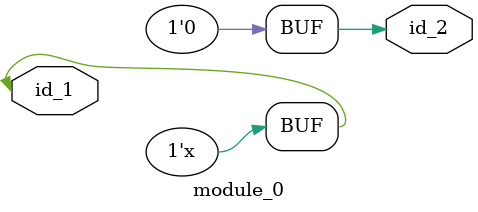
<source format=v>
`define pp_2 0
module module_0 (
    id_1,
    id_2
);
  output id_2;
  inout id_1;
  assign id_2 = 1'd0;
  initial begin
    id_2 <= id_1;
    id_1 <= id_1;
  end
  reg id_2;
  reg id_3;
  always @(posedge id_2) begin
    id_3 <= id_1;
    if (1 - 1)
      if (1)
        if (1) id_3 <= id_3;
        else begin
          id_2 = id_1;
        end
  end
  assign id_1 = id_1;
endmodule

</source>
